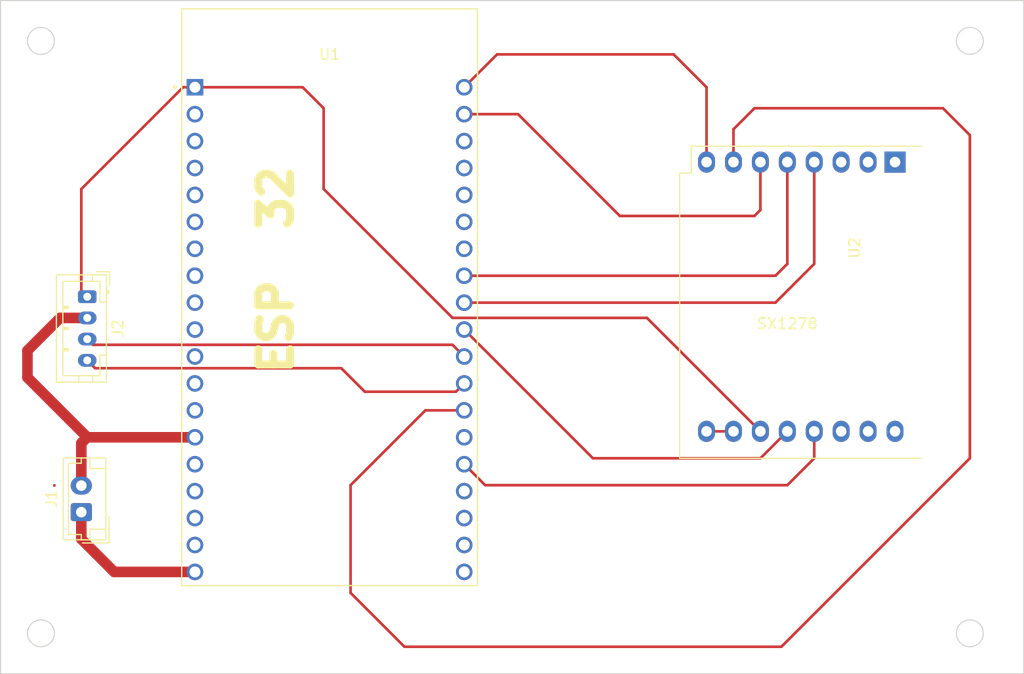
<source format=kicad_pcb>
(kicad_pcb (version 20211014) (generator pcbnew)
  (layers (0 "F.Cu" signal) (31 "B.Cu" signal) (34 "B.Paste" user) (35 "F.Paste" user) (36 "B.SilkS" user "B.Silkscreen") (37 "F.SilkS" user "F.Silkscreen") (38 "B.Mask" user) (39 "F.Mask" user) (44 "Edge.Cuts" user))
  (net 0 "")
  (net 1 "Net-(J2-Pad1)")
  (net 2 "GND")
  (net 3 "Net-(J2-Pad3)")
  (net 4 "Net-(J2-Pad4)")
  (net 35 "Net-(J1-Pad1)")
  (net 36 "Net-(U1-PadJ3-2)")
  (net 37 "Net-(U1-PadJ3-8)")
  (net 38 "Net-(U1-PadJ3-9)")
  (net 39 "Net-(U1-PadJ3-10)")
  (net 40 "Net-(U1-PadJ3-13)")
  (net 41 "Net-(U1-PadJ3-15)")
  (footprint "Connector_JST:JST_EH_B2B-EH-A_1x02_P2.50mm_Vertical" (layer "F.Cu") (at 78.74 81.28 90)
    (fp_text reference "J1" (at 1.25 -2.8 90) (layer "F.SilkS"))
    (fp_text value "Conn_01x02_Female")
    (fp_line (start 4.61 -1.21) (end 4.61 0) (layer "F.SilkS") (width 0.12))
    (fp_line (start 4.11 0.81) (end 4.11 2.31) (layer "F.SilkS") (width 0.12))
    (fp_line (start 5.11 0.81) (end 4.11 0.81) (layer "F.SilkS") (width 0.12))
    (fp_line (start -2.91 0.11) (end -2.91 2.61) (layer "F.SilkS") (width 0.12))
    (fp_line (start -2.61 2.31) (end 5.11 2.31) (layer "F.SilkS") (width 0.12))
    (fp_line (start 4.61 0) (end 5.11 0) (layer "F.SilkS") (width 0.12))
    (fp_line (start -2.91 2.61) (end -0.41 2.61) (layer "F.SilkS") (width 0.12))
    (fp_line (start -2.11 -1.21) (end 4.61 -1.21) (layer "F.SilkS") (width 0.12))
    (fp_line (start -2.11 0) (end -2.11 -1.21) (layer "F.SilkS") (width 0.12))
    (fp_line (start 5.11 -1.71) (end -2.61 -1.71) (layer "F.SilkS") (width 0.12))
    (fp_line (start -2.61 0.81) (end -1.61 0.81) (layer "F.SilkS") (width 0.12))
    (fp_line (start -2.61 -1.71) (end -2.61 2.31) (layer "F.SilkS") (width 0.12))
    (fp_line (start -2.61 0) (end -2.11 0) (layer "F.SilkS") (width 0.12))
    (fp_line (start -1.61 0.81) (end -1.61 2.31) (layer "F.SilkS") (width 0.12))
    (fp_line (start 5.11 2.31) (end 5.11 -1.71) (layer "F.SilkS") (width 0.12))
    (pad "1" thru_hole roundrect (at 0 0 90) (size 1.7 2) (drill 1) (layers *.Cu *.Mask) (roundrect_rratio 0.147059) (net 35 "Net-(J1-Pad1)"))
    (pad "2" thru_hole oval (at 2.5 0 90) (size 1.7 2) (drill 1) (layers *.Cu *.Mask) (net 2 "GND"))
  )
  (footprint "Connector_JST:JST_PH_B4B-PH-K_1x04_P2.00mm_Vertical" (layer "F.Cu") (at 79.3 60.96 -90)
    (fp_text reference "J2" (at 3 -2.9 90) (layer "F.SilkS"))
    (fp_text value "Conn_01x04_Female")
    (fp_line (start 0.5 -1.81) (end 0.5 -1.2) (layer "F.SilkS") (width 0.12))
    (fp_line (start -1.45 -1.2) (end -1.45 2.3) (layer "F.SilkS") (width 0.12))
    (fp_line (start -2.36 -2.11) (end -2.36 -0.86) (layer "F.SilkS") (width 0.12))
    (fp_line (start 8.06 -1.81) (end -2.06 -1.81) (layer "F.SilkS") (width 0.12))
    (fp_line (start 8.06 0.8) (end 7.45 0.8) (layer "F.SilkS") (width 0.12))
    (fp_line (start -2.06 -0.5) (end -1.45 -0.5) (layer "F.SilkS") (width 0.12))
    (fp_line (start -2.06 0.8) (end -1.45 0.8) (layer "F.SilkS") (width 0.12))
    (fp_line (start 5.5 -1.2) (end 5.5 -1.81) (layer "F.SilkS") (width 0.12))
    (fp_line (start -0.3 -1.81) (end -0.3 -2.01) (layer "F.SilkS") (width 0.12))
    (fp_line (start 4.9 2.3) (end 4.9 1.8) (layer "F.SilkS") (width 0.12))
    (fp_line (start -2.06 2.91) (end 8.06 2.91) (layer "F.SilkS") (width 0.12))
    (fp_line (start 4.9 1.8) (end 5.1 1.8) (layer "F.SilkS") (width 0.12))
    (fp_line (start 3 2.3) (end 3 1.8) (layer "F.SilkS") (width 0.12))
    (fp_line (start 8.06 -0.5) (end 7.45 -0.5) (layer "F.SilkS") (width 0.12))
    (fp_line (start 7.45 -1.2) (end 5.5 -1.2) (layer "F.SilkS") (width 0.12))
    (fp_line (start 1.1 1.8) (end 1.1 2.3) (layer "F.SilkS") (width 0.12))
    (fp_line (start 0.9 1.8) (end 1.1 1.8) (layer "F.SilkS") (width 0.12))
    (fp_line (start 0.9 2.3) (end 0.9 1.8) (layer "F.SilkS") (width 0.12))
    (fp_line (start 5.1 1.8) (end 5.1 2.3) (layer "F.SilkS") (width 0.12))
    (fp_line (start 2.9 2.3) (end 2.9 1.8) (layer "F.SilkS") (width 0.12))
    (fp_line (start 8.06 2.91) (end 8.06 -1.81) (layer "F.SilkS") (width 0.12))
    (fp_line (start -1.45 2.3) (end 7.45 2.3) (layer "F.SilkS") (width 0.12))
    (fp_line (start 3.1 1.8) (end 3.1 2.3) (layer "F.SilkS") (width 0.12))
    (fp_line (start -2.06 -1.81) (end -2.06 2.91) (layer "F.SilkS") (width 0.12))
    (fp_line (start 7.45 2.3) (end 7.45 -1.2) (layer "F.SilkS") (width 0.12))
    (fp_line (start -0.3 -1.91) (end -0.6 -1.91) (layer "F.SilkS") (width 0.12))
    (fp_line (start -0.6 -2.01) (end -0.6 -1.81) (layer "F.SilkS") (width 0.12))
    (fp_line (start 5 2.3) (end 5 1.8) (layer "F.SilkS") (width 0.12))
    (fp_line (start 0.5 -1.2) (end -1.45 -1.2) (layer "F.SilkS") (width 0.12))
    (fp_line (start -0.3 -2.01) (end -0.6 -2.01) (layer "F.SilkS") (width 0.12))
    (fp_line (start -1.11 -2.11) (end -2.36 -2.11) (layer "F.SilkS") (width 0.12))
    (fp_line (start 2.9 1.8) (end 3.1 1.8) (layer "F.SilkS") (width 0.12))
    (fp_line (start 1 2.3) (end 1 1.8) (layer "F.SilkS") (width 0.12))
    (pad "1" thru_hole roundrect (at 0 0 270) (size 1.2 1.75) (drill 0.75) (layers *.Cu *.Mask) (roundrect_rratio 0.208333) (net 1 "Net-(J2-Pad1)"))
    (pad "2" thru_hole oval (at 2 0 270) (size 1.2 1.75) (drill 0.75) (layers *.Cu *.Mask) (net 2 "GND"))
    (pad "3" thru_hole oval (at 4 0 270) (size 1.2 1.75) (drill 0.75) (layers *.Cu *.Mask) (net 3 "Net-(J2-Pad3)"))
    (pad "4" thru_hole oval (at 6 0 270) (size 1.2 1.75) (drill 0.75) (layers *.Cu *.Mask) (net 4 "Net-(J2-Pad4)"))
  )
  (footprint "Module:SX1276 Module" (layer "F.Cu") (at 155.5 48.26 -90)
    (fp_text reference "U2" (at 8.0975 3.81 90) (layer "F.SilkS"))
    (fp_text value "SX1278")
    (fp_line (start -1.5 19.22) (end -1.5 -2.54) (layer "F.SilkS") (width 0.12))
    (fp_line (start -1.5 19.22) (end 1.04 19.22) (layer "F.SilkS") (width 0.12))
    (fp_line (start 1.04 20.32) (end 27.94 20.32) (layer "F.SilkS") (width 0.12))
    (fp_line (start 1.04 19.22) (end 1.04 20.32) (layer "F.SilkS") (width 0.12))
    (fp_line (start 27.94 20.32) (end 27.94 -2.54) (layer "F.SilkS") (width 0.12))
    (pad "2" thru_hole oval (at 25.4 15.24 270) (size 2 1.6) (drill 1) (layers *.Cu *.Mask) (net 2 "GND"))
    (pad "4" thru_hole oval (at 25.4 17.78 270) (size 2 1.6) (drill 1) (layers *.Cu *.Mask) (net 2 "GND"))
    (pad "7" thru_hole oval (at 25.4 10.16 270) (size 2 1.6) (drill 1) (layers *.Cu *.Mask) (net 39 "Net-(U1-PadJ3-10)"))
    (pad "8" thru_hole oval (at 25.4 7.62 270) (size 2 1.6) (drill 1) (layers *.Cu *.Mask) (net 41 "Net-(U1-PadJ3-15)"))
    (pad "9" thru_hole oval (at 25.4 5.08 270) (size 2 1.6) (drill 1) (layers *.Cu *.Mask))
    (pad "10" thru_hole oval (at 25.4 2.54 270) (size 2 1.6) (drill 1) (layers *.Cu *.Mask))
    (pad "11" thru_hole oval (at 25.4 0 270) (size 2 1.6) (drill 1) (layers *.Cu *.Mask))
    (pad "12" thru_hole oval (at 0 2.54 270) (size 2 1.6) (drill 1) (layers *.Cu *.Mask))
    (pad "13" thru_hole oval (at 0 5.08 270) (size 2 1.6) (drill 1) (layers *.Cu *.Mask))
    (pad "14" thru_hole oval (at 25.4 12.7 270) (size 2 1.6) (drill 1) (layers *.Cu *.Mask) (net 1 "Net-(J2-Pad1)"))
    (pad "15" thru_hole oval (at 0 17.78 270) (size 2 1.6) (drill 1) (layers *.Cu *.Mask) (net 2 "GND"))
    (pad "15" thru_hole rect (at 0 0 270) (size 2 2) (drill 1) (layers *.Cu *.Mask) (net 2 "GND"))
    (pad "16" thru_hole oval (at 0 7.62 270) (size 2 1.6) (drill 1) (layers *.Cu *.Mask) (net 38 "Net-(U1-PadJ3-9)"))
    (pad "17" thru_hole oval (at 0 10.16 270) (size 2 1.6) (drill 1) (layers *.Cu *.Mask) (net 37 "Net-(U1-PadJ3-8)"))
    (pad "18" thru_hole oval (at 0 12.7 270) (size 2 1.6) (drill 1) (layers *.Cu *.Mask) (net 36 "Net-(U1-PadJ3-2)"))
    (pad "19" thru_hole oval (at 0 15.24 270) (size 2 1.6) (drill 1) (layers *.Cu *.Mask) (net 40 "Net-(U1-PadJ3-13)"))
  )
  (footprint "ESP32-DEVKITC-32D:MODULE_ESP32-DEVKITC-32D" (layer "F.Cu") (at 102.16 60.96)
    (fp_text reference "U1" (at 0 -22.86) (layer "F.SilkS") (effects (font (size 1.000386 1.000386))))
    (fp_text value "ESP32-DEVKITC-32D")
    (fp_line (start 13.95 27.25) (end -13.95 27.25) (layer "F.SilkS") (width 0.127))
    (fp_line (start 13.95 -27.15) (end 13.95 27.25) (layer "F.SilkS") (width 0.127))
    (fp_line (start -13.95 27.25) (end -13.95 -27.15) (layer "F.SilkS") (width 0.127))
    (fp_line (start -13.95 -27.15) (end 13.95 -27.15) (layer "F.SilkS") (width 0.127))
    (fp_circle (center -14.6 -19.76) (end -14.5 -19.76) (layer "F.SilkS") (width 0.2) (fill none))
    (pad "J2-1" thru_hole rect locked (at -12.7 -19.76) (size 1.56 1.56) (drill 1.04) (layers *.Cu *.Mask) (net 1 "Net-(J2-Pad1)"))
    (pad "J2-2" thru_hole circle locked (at -12.7 -17.22) (size 1.56 1.56) (drill 1.04) (layers *.Cu *.Mask))
    (pad "J2-3" thru_hole circle locked (at -12.7 -14.68) (size 1.56 1.56) (drill 1.04) (layers *.Cu *.Mask))
    (pad "J2-4" thru_hole circle locked (at -12.7 -12.14) (size 1.56 1.56) (drill 1.04) (layers *.Cu *.Mask))
    (pad "J2-5" thru_hole circle locked (at -12.7 -9.6) (size 1.56 1.56) (drill 1.04) (layers *.Cu *.Mask))
    (pad "J2-6" thru_hole circle locked (at -12.7 -7.06) (size 1.56 1.56) (drill 1.04) (layers *.Cu *.Mask))
    (pad "J2-7" thru_hole circle locked (at -12.7 -4.52) (size 1.56 1.56) (drill 1.04) (layers *.Cu *.Mask))
    (pad "J2-8" thru_hole circle locked (at -12.7 -1.98) (size 1.56 1.56) (drill 1.04) (layers *.Cu *.Mask))
    (pad "J2-9" thru_hole circle locked (at -12.7 0.56) (size 1.56 1.56) (drill 1.04) (layers *.Cu *.Mask))
    (pad "J2-10" thru_hole circle locked (at -12.7 3.1) (size 1.56 1.56) (drill 1.04) (layers *.Cu *.Mask))
    (pad "J2-11" thru_hole circle locked (at -12.7 5.64) (size 1.56 1.56) (drill 1.04) (layers *.Cu *.Mask))
    (pad "J2-12" thru_hole circle locked (at -12.7 8.18) (size 1.56 1.56) (drill 1.04) (layers *.Cu *.Mask))
    (pad "J2-13" thru_hole circle locked (at -12.7 10.72) (size 1.56 1.56) (drill 1.04) (layers *.Cu *.Mask))
    (pad "J2-14" thru_hole circle locked (at -12.7 13.26) (size 1.56 1.56) (drill 1.04) (layers *.Cu *.Mask) (net 2 "GND"))
    (pad "J2-15" thru_hole circle locked (at -12.7 15.8) (size 1.56 1.56) (drill 1.04) (layers *.Cu *.Mask))
    (pad "J2-16" thru_hole circle locked (at -12.7 18.34) (size 1.56 1.56) (drill 1.04) (layers *.Cu *.Mask))
    (pad "J2-17" thru_hole circle locked (at -12.7 20.88) (size 1.56 1.56) (drill 1.04) (layers *.Cu *.Mask))
    (pad "J2-18" thru_hole circle locked (at -12.7 23.42) (size 1.56 1.56) (drill 1.04) (layers *.Cu *.Mask))
    (pad "J2-19" thru_hole circle locked (at -12.7 25.96) (size 1.56 1.56) (drill 1.04) (layers *.Cu *.Mask) (net 35 "Net-(J1-Pad1)"))
    (pad "J3-1" thru_hole circle locked (at 12.7 -19.76) (size 1.56 1.56) (drill 1.04) (layers *.Cu *.Mask) (net 2 "GND"))
    (pad "J3-2" thru_hole circle locked (at 12.7 -17.22) (size 1.56 1.56) (drill 1.04) (layers *.Cu *.Mask) (net 36 "Net-(U1-PadJ3-2)"))
    (pad "J3-3" thru_hole circle locked (at 12.7 -14.68) (size 1.56 1.56) (drill 1.04) (layers *.Cu *.Mask))
    (pad "J3-4" thru_hole circle locked (at 12.7 -12.14) (size 1.56 1.56) (drill 1.04) (layers *.Cu *.Mask))
    (pad "J3-5" thru_hole circle locked (at 12.7 -9.6) (size 1.56 1.56) (drill 1.04) (layers *.Cu *.Mask))
    (pad "J3-6" thru_hole circle locked (at 12.7 -7.06) (size 1.56 1.56) (drill 1.04) (layers *.Cu *.Mask))
    (pad "J3-7" thru_hole circle locked (at 12.7 -4.52) (size 1.56 1.56) (drill 1.04) (layers *.Cu *.Mask) (net 2 "GND"))
    (pad "J3-8" thru_hole circle locked (at 12.7 -1.98) (size 1.56 1.56) (drill 1.04) (layers *.Cu *.Mask) (net 37 "Net-(U1-PadJ3-8)"))
    (pad "J3-9" thru_hole circle locked (at 12.7 0.56) (size 1.56 1.56) (drill 1.04) (layers *.Cu *.Mask) (net 38 "Net-(U1-PadJ3-9)"))
    (pad "J3-10" thru_hole circle locked (at 12.7 3.1) (size 1.56 1.56) (drill 1.04) (layers *.Cu *.Mask) (net 39 "Net-(U1-PadJ3-10)"))
    (pad "J3-11" thru_hole circle locked (at 12.7 5.64) (size 1.56 1.56) (drill 1.04) (layers *.Cu *.Mask) (net 3 "Net-(J2-Pad3)"))
    (pad "J3-12" thru_hole circle locked (at 12.7 8.18) (size 1.56 1.56) (drill 1.04) (layers *.Cu *.Mask) (net 4 "Net-(J2-Pad4)"))
    (pad "J3-13" thru_hole circle locked (at 12.7 10.72) (size 1.56 1.56) (drill 1.04) (layers *.Cu *.Mask) (net 40 "Net-(U1-PadJ3-13)"))
    (pad "J3-14" thru_hole circle locked (at 12.7 13.26) (size 1.56 1.56) (drill 1.04) (layers *.Cu *.Mask))
    (pad "J3-15" thru_hole circle locked (at 12.7 15.8) (size 1.56 1.56) (drill 1.04) (layers *.Cu *.Mask) (net 41 "Net-(U1-PadJ3-15)"))
    (pad "J3-16" thru_hole circle locked (at 12.7 18.34) (size 1.56 1.56) (drill 1.04) (layers *.Cu *.Mask))
    (pad "J3-17" thru_hole circle locked (at 12.7 20.88) (size 1.56 1.56) (drill 1.04) (layers *.Cu *.Mask))
    (pad "J3-18" thru_hole circle locked (at 12.7 23.42) (size 1.56 1.56) (drill 1.04) (layers *.Cu *.Mask))
    (pad "J3-19" thru_hole circle locked (at 12.7 25.96) (size 1.56 1.56) (drill 1.04) (layers *.Cu *.Mask))
  )
  (gr_rect (start 71.12 33.02) (end 167.64 96.52) (layer "Edge.Cuts") (width 0.1) (fill none))
  (gr_circle (center 162.56 92.71) (end 162.56 93.98) (layer "Edge.Cuts") (width 0.1) (fill none))
  (gr_circle (center 74.93 92.71) (end 74.93 93.98) (layer "Edge.Cuts") (width 0.1) (fill none))
  (gr_circle (center 74.93 36.83) (end 74.93 38.1) (layer "Edge.Cuts") (width 0.1) (fill none))
  (gr_circle (center 162.56 36.83) (end 162.56 38.1) (layer "Edge.Cuts") (width 0.1) (fill none))
  (gr_text "ESP	 32" (at 97.08 58.42 90) (layer "F.SilkS") (effects (font (size 3 3) (thickness 0.75))))
  (gr_text "SX1278" (at 145.34 63.5) (layer "F.SilkS") (effects (font (size 1 1))))
  (segment (start 88.34 41.2) (end 89.46 41.2) (width 0.25) (layer "F.Cu") (net 1))
  (segment (start 101.6 43.18) (end 99.62 41.2) (width 0.25) (layer "F.Cu") (net 1))
  (segment (start 132.095 62.955) (end 113.755 62.955) (width 0.25) (layer "F.Cu") (net 1))
  (segment (start 78.74 50.8) (end 88.34 41.2) (width 0.25) (layer "F.Cu") (net 1))
  (segment (start 99.62 41.2) (end 89.46 41.2) (width 0.25) (layer "F.Cu") (net 1))
  (segment (start 79.3 60.96) (end 78.74 60.4) (width 0.25) (layer "F.Cu") (net 1))
  (segment (start 142.8 73.66) (end 132.095 62.955) (width 0.25) (layer "F.Cu") (net 1))
  (segment (start 78.74 60.4) (end 78.74 50.8) (width 0.25) (layer "F.Cu") (net 1))
  (segment (start 101.6 50.8) (end 101.6 43.18) (width 0.25) (layer "F.Cu") (net 1))
  (segment (start 113.755 62.955) (end 101.6 50.8) (width 0.25) (layer "F.Cu") (net 1))
  (segment (start 89.46 74.22) (end 85.8 74.22) (width 0.25) (layer "F.Cu") (net 2))
  (segment (start 79.3 62.96) (end 76.74 62.96) (width 1) (layer "F.Cu") (net 2))
  (segment (start 79.3 74.22) (end 89.46 74.22) (width 1) (layer "F.Cu") (net 2))
  (segment (start 76.2 78.78) (end 76.2 78.74) (width 0.25) (layer "F.Cu") (net 2))
  (segment (start 78.74 74.78) (end 79.3 74.22) (width 1) (layer "F.Cu") (net 2))
  (segment (start 137.72 41.2) (end 137.72 48.26) (width 0.25) (layer "F.Cu") (net 2))
  (segment (start 73.66 68.58) (end 79.3 74.22) (width 1) (layer "F.Cu") (net 2))
  (segment (start 134.62 38.1) (end 137.72 41.2) (width 0.25) (layer "F.Cu") (net 2))
  (segment (start 137.72 73.66) (end 140.26 73.66) (width 0.25) (layer "F.Cu") (net 2))
  (segment (start 76.74 62.96) (end 73.66 66.04) (width 1) (layer "F.Cu") (net 2))
  (segment (start 114.86 41.2) (end 117.96 38.1) (width 0.25) (layer "F.Cu") (net 2))
  (segment (start 73.66 66.04) (end 73.66 68.58) (width 1) (layer "F.Cu") (net 2))
  (segment (start 117.96 38.1) (end 134.62 38.1) (width 0.25) (layer "F.Cu") (net 2))
  (segment (start 78.74 78.78) (end 78.74 74.78) (width 1) (layer "F.Cu") (net 2))
  (segment (start 79.835 65.495) (end 79.3 64.96) (width 0.25) (layer "F.Cu") (net 3))
  (segment (start 113.755 65.495) (end 79.835 65.495) (width 0.25) (layer "F.Cu") (net 3))
  (segment (start 114.86 66.6) (end 113.755 65.495) (width 0.25) (layer "F.Cu") (net 3))
  (segment (start 80.045 67.705) (end 103.265 67.705) (width 0.25) (layer "F.Cu") (net 4))
  (segment (start 114.078647 69.921353) (end 114.86 69.14) (width 0.25) (layer "F.Cu") (net 4))
  (segment (start 103.265 67.705) (end 105.481353 69.921353) (width 0.25) (layer "F.Cu") (net 4))
  (segment (start 105.481353 69.921353) (end 114.078647 69.921353) (width 0.25) (layer "F.Cu") (net 4))
  (segment (start 79.3 66.96) (end 80.045 67.705) (width 0.25) (layer "F.Cu") (net 4))
  (segment (start 78.74 83.82) (end 81.84 86.92) (width 1) (layer "F.Cu") (net 35))
  (segment (start 78.74 81.28) (end 78.74 83.82) (width 1) (layer "F.Cu") (net 35))
  (segment (start 81.84 86.92) (end 89.46 86.92) (width 1) (layer "F.Cu") (net 35))
  (segment (start 114.86 43.74) (end 119.94 43.74) (width 0.25) (layer "F.Cu") (net 36))
  (segment (start 119.94 43.74) (end 129.54 53.34) (width 0.25) (layer "F.Cu") (net 36))
  (segment (start 129.54 53.34) (end 142.24 53.34) (width 0.25) (layer "F.Cu") (net 36))
  (segment (start 142.8 52.78) (end 142.8 48.26) (width 0.25) (layer "F.Cu") (net 36))
  (segment (start 142.24 53.34) (end 142.8 52.78) (width 0.25) (layer "F.Cu") (net 36))
  (segment (start 145.34 57.86) (end 145.34 48.26) (width 0.25) (layer "F.Cu") (net 37))
  (segment (start 114.86 58.98) (end 144.22 58.98) (width 0.25) (layer "F.Cu") (net 37))
  (segment (start 144.22 58.98) (end 145.34 57.86) (width 0.25) (layer "F.Cu") (net 37))
  (segment (start 144.22 61.52) (end 147.88 57.86) (width 0.25) (layer "F.Cu") (net 38))
  (segment (start 147.88 57.86) (end 147.88 48.26) (width 0.25) (layer "F.Cu") (net 38))
  (segment (start 114.86 61.52) (end 144.22 61.52) (width 0.25) (layer "F.Cu") (net 38))
  (segment (start 142.8 76.2) (end 127 76.2) (width 0.25) (layer "F.Cu") (net 39))
  (segment (start 127 76.2) (end 114.86 64.06) (width 0.25) (layer "F.Cu") (net 39))
  (segment (start 145.34 73.66) (end 142.8 76.2) (width 0.25) (layer "F.Cu") (net 39))
  (segment (start 104.14 78.74) (end 111.2 71.68) (width 0.25) (layer "F.Cu") (net 40))
  (segment (start 111.2 71.68) (end 114.86 71.68) (width 0.25) (layer "F.Cu") (net 40))
  (segment (start 140.26 45.16) (end 142.24 43.18) (width 0.25) (layer "F.Cu") (net 40))
  (segment (start 140.26 48.26) (end 140.26 45.16) (width 0.25) (layer "F.Cu") (net 40))
  (segment (start 142.24 43.18) (end 160.02 43.18) (width 0.25) (layer "F.Cu") (net 40))
  (segment (start 104.14 88.9) (end 104.14 78.74) (width 0.25) (layer "F.Cu") (net 40))
  (segment (start 109.22 93.98) (end 104.14 88.9) (width 0.25) (layer "F.Cu") (net 40))
  (segment (start 160.02 43.18) (end 162.56 45.72) (width 0.25) (layer "F.Cu") (net 40))
  (segment (start 144.78 93.98) (end 109.22 93.98) (width 0.25) (layer "F.Cu") (net 40))
  (segment (start 162.56 76.2) (end 144.78 93.98) (width 0.25) (layer "F.Cu") (net 40))
  (segment (start 162.56 45.72) (end 162.56 76.2) (width 0.25) (layer "F.Cu") (net 40))
  (segment (start 145.34 78.74) (end 147.88 76.2) (width 0.25) (layer "F.Cu") (net 41))
  (segment (start 116.84 78.74) (end 145.34 78.74) (width 0.25) (layer "F.Cu") (net 41))
  (segment (start 147.88 76.2) (end 147.88 73.66) (width 0.25) (layer "F.Cu") (net 41))
  (segment (start 114.86 76.76) (end 116.84 78.74) (width 0.25) (layer "F.Cu") (net 41))
)
</source>
